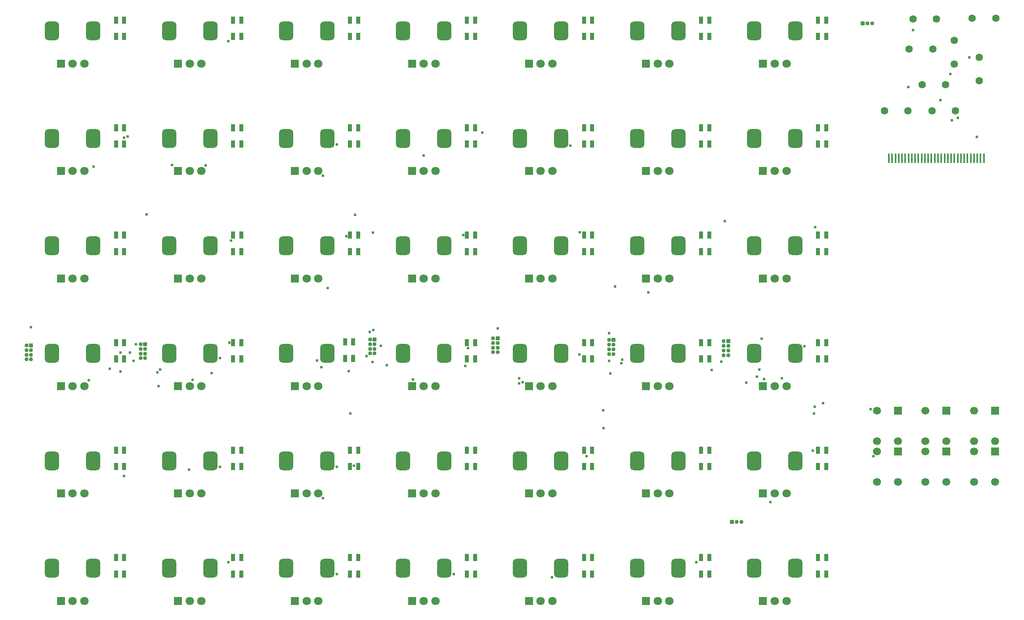
<source format=gts>
G04 Layer: TopSolderMaskLayer*
G04 EasyEDA Pro v2.2.35.2, 2025-01-29 23:55:29*
G04 Gerber Generator version 0.3*
G04 Scale: 100 percent, Rotated: No, Reflected: No*
G04 Dimensions in millimeters*
G04 Leading zeros omitted, absolute positions, 4 integers and 5 decimals*
%FSLAX45Y45*%
%MOMM*%
%AMRoundRect*1,1,$1,$2,$3*1,1,$1,$4,$5*1,1,$1,0-$2,0-$3*1,1,$1,0-$4,0-$5*20,1,$1,$2,$3,$4,$5,0*20,1,$1,$4,$5,0-$2,0-$3,0*20,1,$1,0-$2,0-$3,0-$4,0-$5,0*20,1,$1,0-$4,0-$5,$2,$3,0*4,1,4,$2,$3,$4,$5,0-$2,0-$3,0-$4,0-$5,$2,$3,0*%
%ADD10R,0.85X1.6*%
%ADD11R,1.8X1.8*%
%ADD12C,1.8*%
%ADD13RoundRect,1.5X-0.75X-1.25X-0.75X1.25*%
%ADD14R,0.4X2.0*%
%ADD15R,0.85X0.85*%
%ADD16C,0.8519*%
%ADD17C,0.85*%
%ADD18C,1.6*%
%ADD19C,1.7*%
%ADD20R,1.7X1.7*%
%ADD21R,0.85X0.85*%
%ADD22C,0.61*%
G75*


G04 Pad Start*
G54D10*
G01X7243500Y-2985700D03*
G01X7068500Y-2985700D03*
G01X7068500Y-3335700D03*
G01X7243500Y-3335700D03*
G54D11*
G01X10893000Y-6215700D03*
G54D12*
G01X11143000Y-6215700D03*
G01X11393000Y-6215700D03*
G54D13*
G01X11583000Y-5515700D03*
G01X10703000Y-5515700D03*
G54D11*
G01X15893000Y-8515700D03*
G54D12*
G01X16143000Y-8515700D03*
G01X16393000Y-8515700D03*
G54D13*
G01X16583000Y-7815700D03*
G01X15703000Y-7815700D03*
G54D14*
G01X18581100Y-3644900D03*
G01X18651100Y-3644900D03*
G01X18721100Y-3644900D03*
G01X18791100Y-3644900D03*
G01X18861100Y-3644900D03*
G01X18931100Y-3644900D03*
G01X19001100Y-3644900D03*
G01X19071100Y-3644900D03*
G01X19141100Y-3644900D03*
G01X19211100Y-3644900D03*
G01X19281100Y-3644900D03*
G01X19351100Y-3644900D03*
G01X19421100Y-3644900D03*
G01X19491100Y-3644900D03*
G01X19561100Y-3644900D03*
G01X19631100Y-3644900D03*
G01X19701100Y-3644900D03*
G01X19771100Y-3644900D03*
G01X19841100Y-3644900D03*
G01X19911100Y-3644900D03*
G01X19981100Y-3644900D03*
G01X20051100Y-3644900D03*
G01X20121100Y-3644900D03*
G01X20191100Y-3644900D03*
G01X20261100Y-3644900D03*
G01X20331100Y-3644900D03*
G01X20401100Y-3644900D03*
G01X20471100Y-3644900D03*
G01X20541100Y-3644900D03*
G01X20611100Y-3644900D03*
G54D10*
G01X12243500Y-685700D03*
G01X12068500Y-685700D03*
G01X12068500Y-1035700D03*
G01X12243500Y-1035700D03*
G54D11*
G01X5893000Y-1615700D03*
G54D12*
G01X6143000Y-1615700D03*
G01X6393000Y-1615700D03*
G54D13*
G01X6583000Y-915700D03*
G01X5703000Y-915700D03*
G54D11*
G01X8393000Y-8515700D03*
G54D12*
G01X8643000Y-8515700D03*
G01X8893000Y-8515700D03*
G54D13*
G01X9083000Y-7815700D03*
G01X8203000Y-7815700D03*
G54D10*
G01X4743500Y-685700D03*
G01X4568500Y-685700D03*
G01X4568500Y-1035700D03*
G01X4743500Y-1035700D03*
G54D11*
G01X3393000Y-1615700D03*
G54D12*
G01X3643000Y-1615700D03*
G01X3893000Y-1615700D03*
G54D13*
G01X4083000Y-915700D03*
G01X3203000Y-915700D03*
G54D10*
G01X4743500Y-5285700D03*
G01X4568500Y-5285700D03*
G01X4568500Y-5635700D03*
G01X4743500Y-5635700D03*
G01X17243500Y-685700D03*
G01X17068500Y-685700D03*
G01X17068500Y-1035700D03*
G01X17243500Y-1035700D03*
G54D11*
G01X893000Y-1615700D03*
G54D12*
G01X1143000Y-1615700D03*
G01X1393000Y-1615700D03*
G54D13*
G01X1583000Y-915700D03*
G01X703000Y-915700D03*
G54D10*
G01X4743500Y-12185700D03*
G01X4568500Y-12185700D03*
G01X4568500Y-12535700D03*
G01X4743500Y-12535700D03*
G54D15*
G01X2692400Y-7620000D03*
G54D17*
G01X2592400Y-7620000D03*
G01X2692400Y-7720000D03*
G01X2592400Y-7720000D03*
G01X2692400Y-7820000D03*
G01X2592400Y-7820000D03*
G01X2692400Y-7920000D03*
G01X2592400Y-7920000D03*
G54D10*
G01X14743500Y-5285700D03*
G01X14568500Y-5285700D03*
G01X14568500Y-5635700D03*
G01X14743500Y-5635700D03*
G01X2243500Y-9885700D03*
G01X2068500Y-9885700D03*
G01X2068500Y-10235700D03*
G01X2243500Y-10235700D03*
G01X12243500Y-7585700D03*
G01X12068500Y-7585700D03*
G01X12068500Y-7935700D03*
G01X12243500Y-7935700D03*
G54D11*
G01X8393000Y-6215700D03*
G54D12*
G01X8643000Y-6215700D03*
G01X8893000Y-6215700D03*
G54D13*
G01X9083000Y-5515700D03*
G01X8203000Y-5515700D03*
G54D11*
G01X13393000Y-13115700D03*
G54D12*
G01X13643000Y-13115700D03*
G01X13893000Y-13115700D03*
G54D13*
G01X14083000Y-12415700D03*
G01X13203000Y-12415700D03*
G54D10*
G01X14743500Y-12185700D03*
G01X14568500Y-12185700D03*
G01X14568500Y-12535700D03*
G01X14743500Y-12535700D03*
G54D11*
G01X13393000Y-10815700D03*
G54D12*
G01X13643000Y-10815700D03*
G01X13893000Y-10815700D03*
G54D13*
G01X14083000Y-10115700D03*
G01X13203000Y-10115700D03*
G54D10*
G01X14743500Y-7585700D03*
G01X14568500Y-7585700D03*
G01X14568500Y-7935700D03*
G01X14743500Y-7935700D03*
G54D11*
G01X893000Y-13115700D03*
G54D12*
G01X1143000Y-13115700D03*
G01X1393000Y-13115700D03*
G54D13*
G01X1583000Y-12415700D03*
G01X703000Y-12415700D03*
G54D18*
G01X19507200Y-2628900D03*
G01X20007200Y-2628900D03*
G54D11*
G01X893000Y-6215700D03*
G54D12*
G01X1143000Y-6215700D03*
G01X1393000Y-6215700D03*
G54D13*
G01X1583000Y-5515700D03*
G01X703000Y-5515700D03*
G54D10*
G01X2243500Y-5285700D03*
G01X2068500Y-5285700D03*
G01X2068500Y-5635700D03*
G01X2243500Y-5635700D03*
G01X12243500Y-9885700D03*
G01X12068500Y-9885700D03*
G01X12068500Y-10235700D03*
G01X12243500Y-10235700D03*
G01X9743500Y-685700D03*
G01X9568500Y-685700D03*
G01X9568500Y-1035700D03*
G01X9743500Y-1035700D03*
G54D18*
G01X19977100Y-1625600D03*
G01X19977100Y-1117600D03*
G54D11*
G01X3393000Y-10815700D03*
G54D12*
G01X3643000Y-10815700D03*
G01X3893000Y-10815700D03*
G54D13*
G01X4083000Y-10115700D03*
G01X3203000Y-10115700D03*
G54D10*
G01X7243500Y-5285700D03*
G01X7068500Y-5285700D03*
G01X7068500Y-5635700D03*
G01X7243500Y-5635700D03*
G54D11*
G01X13393000Y-1615700D03*
G54D12*
G01X13643000Y-1615700D03*
G01X13893000Y-1615700D03*
G54D13*
G01X14083000Y-915700D03*
G01X13203000Y-915700D03*
G54D10*
G01X17243500Y-12185700D03*
G01X17068500Y-12185700D03*
G01X17068500Y-12535700D03*
G01X17243500Y-12535700D03*
G54D19*
G01X20850500Y-10568600D03*
G54D20*
G01X20850500Y-9918600D03*
G54D19*
G01X20400500Y-9918600D03*
G01X20400500Y-10568600D03*
G54D10*
G01X17243500Y-5285700D03*
G01X17068500Y-5285700D03*
G01X17068500Y-5635700D03*
G01X17243500Y-5635700D03*
G54D15*
G01X10223500Y-7493000D03*
G54D17*
G01X10123500Y-7493000D03*
G01X10223500Y-7593000D03*
G01X10123500Y-7593000D03*
G01X10223500Y-7693000D03*
G01X10123500Y-7693000D03*
G01X10223500Y-7793000D03*
G01X10123500Y-7793000D03*
G54D11*
G01X5893000Y-8515700D03*
G54D12*
G01X6143000Y-8515700D03*
G01X6393000Y-8515700D03*
G54D13*
G01X6583000Y-7815700D03*
G01X5703000Y-7815700D03*
G54D10*
G01X17243500Y-9885700D03*
G01X17068500Y-9885700D03*
G01X17068500Y-10235700D03*
G01X17243500Y-10235700D03*
G54D11*
G01X893000Y-3915700D03*
G54D12*
G01X1143000Y-3915700D03*
G01X1393000Y-3915700D03*
G54D13*
G01X1583000Y-3215700D03*
G01X703000Y-3215700D03*
G54D18*
G01X19011900Y-1308100D03*
G01X19519900Y-1308100D03*
G54D10*
G01X2243500Y-2985700D03*
G01X2068500Y-2985700D03*
G01X2068500Y-3335700D03*
G01X2243500Y-3335700D03*
G54D11*
G01X13393000Y-6215700D03*
G54D12*
G01X13643000Y-6215700D03*
G01X13893000Y-6215700D03*
G54D13*
G01X14083000Y-5515700D03*
G01X13203000Y-5515700D03*
G54D11*
G01X15893000Y-1615700D03*
G54D12*
G01X16143000Y-1615700D03*
G01X16393000Y-1615700D03*
G54D13*
G01X16583000Y-915700D03*
G01X15703000Y-915700D03*
G54D10*
G01X7243500Y-12185700D03*
G01X7068500Y-12185700D03*
G01X7068500Y-12535700D03*
G01X7243500Y-12535700D03*
G54D11*
G01X10893000Y-13115700D03*
G54D12*
G01X11143000Y-13115700D03*
G01X11393000Y-13115700D03*
G54D13*
G01X11583000Y-12415700D03*
G01X10703000Y-12415700D03*
G54D11*
G01X8393000Y-13115700D03*
G54D12*
G01X8643000Y-13115700D03*
G01X8893000Y-13115700D03*
G54D13*
G01X9083000Y-12415700D03*
G01X8203000Y-12415700D03*
G54D11*
G01X8393000Y-1615700D03*
G54D12*
G01X8643000Y-1615700D03*
G01X8893000Y-1615700D03*
G54D13*
G01X9083000Y-915700D03*
G01X8203000Y-915700D03*
G54D10*
G01X17243500Y-2985700D03*
G01X17068500Y-2985700D03*
G01X17068500Y-3335700D03*
G01X17243500Y-3335700D03*
G01X17243500Y-7585700D03*
G01X17068500Y-7585700D03*
G01X17068500Y-7935700D03*
G01X17243500Y-7935700D03*
G54D19*
G01X19812000Y-10568600D03*
G54D20*
G01X19812000Y-9918600D03*
G54D19*
G01X19362000Y-9918600D03*
G01X19362000Y-10568600D03*
G54D15*
G01X7594600Y-7518400D03*
G54D17*
G01X7494600Y-7518400D03*
G01X7594600Y-7618400D03*
G01X7494600Y-7618400D03*
G01X7594600Y-7718400D03*
G01X7494600Y-7718400D03*
G01X7594600Y-7818400D03*
G01X7494600Y-7818400D03*
G54D11*
G01X13393000Y-8515700D03*
G54D12*
G01X13643000Y-8515700D03*
G01X13893000Y-8515700D03*
G54D13*
G01X14083000Y-7815700D03*
G01X13203000Y-7815700D03*
G54D10*
G01X9743500Y-5285700D03*
G01X9568500Y-5285700D03*
G01X9568500Y-5635700D03*
G01X9743500Y-5635700D03*
G54D11*
G01X893000Y-10815700D03*
G54D12*
G01X1143000Y-10815700D03*
G01X1393000Y-10815700D03*
G54D13*
G01X1583000Y-10115700D03*
G01X703000Y-10115700D03*
G54D15*
G01X15151100Y-7556500D03*
G54D17*
G01X15051100Y-7556500D03*
G01X15151100Y-7656500D03*
G01X15051100Y-7656500D03*
G01X15151100Y-7756500D03*
G01X15051100Y-7756500D03*
G01X15151100Y-7856500D03*
G01X15051100Y-7856500D03*
G54D11*
G01X5893000Y-6215700D03*
G54D12*
G01X6143000Y-6215700D03*
G01X6393000Y-6215700D03*
G54D13*
G01X6583000Y-5515700D03*
G01X5703000Y-5515700D03*
G54D11*
G01X3393000Y-6215700D03*
G54D12*
G01X3643000Y-6215700D03*
G01X3893000Y-6215700D03*
G54D13*
G01X4083000Y-5515700D03*
G01X3203000Y-5515700D03*
G54D21*
G01X15228000Y-11424700D03*
G54D17*
G01X15328000Y-11424700D03*
G01X15428000Y-11424700D03*
G54D10*
G01X9743500Y-2985700D03*
G01X9568500Y-2985700D03*
G01X9568500Y-3335700D03*
G01X9743500Y-3335700D03*
G01X7243500Y-685700D03*
G01X7068500Y-685700D03*
G01X7068500Y-1035700D03*
G01X7243500Y-1035700D03*
G01X2243500Y-685700D03*
G01X2068500Y-685700D03*
G01X2068500Y-1035700D03*
G01X2243500Y-1035700D03*
G01X14743500Y-9885700D03*
G01X14568500Y-9885700D03*
G01X14568500Y-10235700D03*
G01X14743500Y-10235700D03*
G01X9743500Y-9885700D03*
G01X9568500Y-9885700D03*
G01X9568500Y-10235700D03*
G01X9743500Y-10235700D03*
G01X9743500Y-12185700D03*
G01X9568500Y-12185700D03*
G01X9568500Y-12535700D03*
G01X9743500Y-12535700D03*
G54D11*
G01X15893000Y-3915700D03*
G54D12*
G01X16143000Y-3915700D03*
G01X16393000Y-3915700D03*
G54D13*
G01X16583000Y-3215700D03*
G01X15703000Y-3215700D03*
G54D11*
G01X10893000Y-1615700D03*
G54D12*
G01X11143000Y-1615700D03*
G01X11393000Y-1615700D03*
G54D13*
G01X11583000Y-915700D03*
G01X10703000Y-915700D03*
G54D10*
G01X14743500Y-2985700D03*
G01X14568500Y-2985700D03*
G01X14568500Y-3335700D03*
G01X14743500Y-3335700D03*
G01X4743500Y-2985700D03*
G01X4568500Y-2985700D03*
G01X4568500Y-3335700D03*
G01X4743500Y-3335700D03*
G54D19*
G01X18773500Y-10568600D03*
G54D20*
G01X18773500Y-9918600D03*
G54D19*
G01X18323500Y-9918600D03*
G01X18323500Y-10568600D03*
G54D10*
G01X9743500Y-7585700D03*
G01X9568500Y-7585700D03*
G01X9568500Y-7935700D03*
G01X9743500Y-7935700D03*
G54D19*
G01X20850500Y-9692400D03*
G54D20*
G01X20850500Y-9042400D03*
G54D19*
G01X20400500Y-9042400D03*
G01X20400500Y-9692400D03*
G54D11*
G01X15893000Y-13115700D03*
G54D12*
G01X16143000Y-13115700D03*
G01X16393000Y-13115700D03*
G54D13*
G01X16583000Y-12415700D03*
G01X15703000Y-12415700D03*
G54D11*
G01X15893000Y-6215700D03*
G54D12*
G01X16143000Y-6215700D03*
G01X16393000Y-6215700D03*
G54D13*
G01X16583000Y-5515700D03*
G01X15703000Y-5515700D03*
G54D11*
G01X3393000Y-3915700D03*
G54D12*
G01X3643000Y-3915700D03*
G01X3893000Y-3915700D03*
G54D13*
G01X4083000Y-3215700D03*
G01X3203000Y-3215700D03*
G54D11*
G01X3393000Y-13115700D03*
G54D12*
G01X3643000Y-13115700D03*
G01X3893000Y-13115700D03*
G54D13*
G01X4083000Y-12415700D03*
G01X3203000Y-12415700D03*
G54D19*
G01X19812000Y-9692400D03*
G54D20*
G01X19812000Y-9042400D03*
G54D19*
G01X19362000Y-9042400D03*
G01X19362000Y-9692400D03*
G54D10*
G01X2243500Y-12185700D03*
G01X2068500Y-12185700D03*
G01X2068500Y-12535700D03*
G01X2243500Y-12535700D03*
G54D11*
G01X15893000Y-10815700D03*
G54D12*
G01X16143000Y-10815700D03*
G01X16393000Y-10815700D03*
G54D13*
G01X16583000Y-10115700D03*
G01X15703000Y-10115700D03*
G54D18*
G01X20358100Y-647700D03*
G01X20866100Y-647700D03*
G54D10*
G01X12243500Y-5285700D03*
G01X12068500Y-5285700D03*
G01X12068500Y-5635700D03*
G01X12243500Y-5635700D03*
G01X12243500Y-2985700D03*
G01X12068500Y-2985700D03*
G01X12068500Y-3335700D03*
G01X12243500Y-3335700D03*
G54D15*
G01X254000Y-7645400D03*
G54D17*
G01X154000Y-7645400D03*
G01X254000Y-7745400D03*
G01X154000Y-7745400D03*
G01X254000Y-7845400D03*
G01X154000Y-7845400D03*
G01X254000Y-7945400D03*
G01X154000Y-7945400D03*
G54D10*
G01X14743500Y-685700D03*
G01X14568500Y-685700D03*
G01X14568500Y-1035700D03*
G01X14743500Y-1035700D03*
G54D11*
G01X10893000Y-3915700D03*
G54D12*
G01X11143000Y-3915700D03*
G01X11393000Y-3915700D03*
G54D13*
G01X11583000Y-3215700D03*
G01X10703000Y-3215700D03*
G54D18*
G01X19789200Y-2067400D03*
G01X19289200Y-2067400D03*
G01X19100800Y-660400D03*
G01X19600800Y-660400D03*
G01X18491200Y-2628900D03*
G01X18991200Y-2628900D03*
G54D11*
G01X5893000Y-3915700D03*
G54D12*
G01X6143000Y-3915700D03*
G01X6393000Y-3915700D03*
G54D13*
G01X6583000Y-3215700D03*
G01X5703000Y-3215700D03*
G54D10*
G01X7136000Y-7572000D03*
G01X6961000Y-7572000D03*
G01X6961000Y-7922000D03*
G01X7136000Y-7922000D03*
G54D11*
G01X10893000Y-8515700D03*
G54D12*
G01X11143000Y-8515700D03*
G01X11393000Y-8515700D03*
G54D13*
G01X11583000Y-7815700D03*
G01X10703000Y-7815700D03*
G54D21*
G01X18022000Y-756700D03*
G54D17*
G01X18122000Y-756700D03*
G01X18222000Y-756700D03*
G54D11*
G01X5893000Y-13115700D03*
G54D12*
G01X6143000Y-13115700D03*
G01X6393000Y-13115700D03*
G54D13*
G01X6583000Y-12415700D03*
G01X5703000Y-12415700D03*
G54D11*
G01X3393000Y-8515700D03*
G54D12*
G01X3643000Y-8515700D03*
G01X3893000Y-8515700D03*
G54D13*
G01X4083000Y-7815700D03*
G01X3203000Y-7815700D03*
G54D11*
G01X8393000Y-10815700D03*
G54D12*
G01X8643000Y-10815700D03*
G01X8893000Y-10815700D03*
G54D13*
G01X9083000Y-10115700D03*
G01X8203000Y-10115700D03*
G54D19*
G01X18773500Y-9692400D03*
G54D20*
G01X18773500Y-9042400D03*
G54D19*
G01X18323500Y-9042400D03*
G01X18323500Y-9692400D03*
G54D10*
G01X12243500Y-12185700D03*
G01X12068500Y-12185700D03*
G01X12068500Y-12535700D03*
G01X12243500Y-12535700D03*
G54D11*
G01X10893000Y-10815700D03*
G54D12*
G01X11143000Y-10815700D03*
G01X11393000Y-10815700D03*
G54D13*
G01X11583000Y-10115700D03*
G01X10703000Y-10115700D03*
G54D11*
G01X8393000Y-3915700D03*
G54D12*
G01X8643000Y-3915700D03*
G01X8893000Y-3915700D03*
G54D13*
G01X9083000Y-3215700D03*
G01X8203000Y-3215700D03*
G54D10*
G01X4743500Y-9885700D03*
G01X4568500Y-9885700D03*
G01X4568500Y-10235700D03*
G01X4743500Y-10235700D03*
G01X2243500Y-7585700D03*
G01X2068500Y-7585700D03*
G01X2068500Y-7935700D03*
G01X2243500Y-7935700D03*
G54D15*
G01X12700000Y-7531100D03*
G54D17*
G01X12600000Y-7531100D03*
G01X12700000Y-7631100D03*
G01X12600000Y-7631100D03*
G01X12700000Y-7731100D03*
G01X12600000Y-7731100D03*
G01X12700000Y-7831100D03*
G01X12600000Y-7831100D03*
G54D10*
G01X7243500Y-9885700D03*
G01X7068500Y-9885700D03*
G01X7068500Y-10235700D03*
G01X7243500Y-10235700D03*
G01X4743500Y-7585700D03*
G01X4568500Y-7585700D03*
G01X4568500Y-7935700D03*
G01X4743500Y-7935700D03*
G54D18*
G01X20510500Y-1981200D03*
G01X20510500Y-1481200D03*
G54D11*
G01X893000Y-8515700D03*
G54D12*
G01X1143000Y-8515700D03*
G01X1393000Y-8515700D03*
G54D13*
G01X1583000Y-7815700D03*
G01X703000Y-7815700D03*
G54D11*
G01X13393000Y-3915700D03*
G54D12*
G01X13643000Y-3915700D03*
G01X13893000Y-3915700D03*
G54D13*
G01X14083000Y-3215700D03*
G01X13203000Y-3215700D03*
G54D11*
G01X5893000Y-10815700D03*
G54D12*
G01X6143000Y-10815700D03*
G01X6393000Y-10815700D03*
G54D13*
G01X6583000Y-10115700D03*
G01X5703000Y-10115700D03*
G04 Pad End*

G04 Via Start*
G54D22*
G01X18999200Y-2120900D03*
G01X19100800Y-901700D03*
G01X17007500Y-5118100D03*
G01X15864500Y-7505700D03*
G01X15813700Y-8166100D03*
G01X3984300Y-3792900D03*
G01X3266000Y-3788700D03*
G01X1585900Y-3818300D03*
G01X6453000Y-8109300D03*
G01X4111300Y-8240500D03*
G01X3012000Y-8160100D03*
G01X1484300Y-8392900D03*
G01X7072200Y-9099900D03*
G01X7148400Y-10217500D03*
G01X16052500Y-11000600D03*
G01X4471100Y-1133100D03*
G01X20058000Y-2781300D03*
G01X20464400Y-3187700D03*
G01X254000Y-7257100D03*
G01X12882100Y-7950200D03*
G01X12602700Y-7975600D03*
G01X7857700Y-8072400D03*
G01X7044900Y-8199400D03*
G01X2955500Y-8224800D03*
G01X1939500Y-8148600D03*
G01X3708400Y-8382000D03*
G01X2490800Y-7618400D03*
G01X2719400Y-4839300D03*
G01X2440000Y-7972400D03*
G01X2973400Y-8515700D03*
G01X3632200Y-10307600D03*
G01X11965000Y-7843800D03*
G01X16994200Y-8961400D03*
G01X7728600Y-7652100D03*
G01X7418400Y-7874000D03*
G01X7545400Y-8001000D03*
G01X7489200Y-7356100D03*
G01X7569200Y-7312000D03*
G01X7558100Y-5229200D03*
G01X7177100Y-4848200D03*
G01X8409000Y-8377200D03*
G01X12473000Y-9037600D03*
G01X17172000Y-8885200D03*
G01X18188000Y-9012200D03*
G01X10228600Y-7282500D03*
G01X10756900Y-8431200D03*
G01X10682300Y-8456600D03*
G01X10682300Y-8351800D03*
G01X12485700Y-9418600D03*
G01X16956100Y-9901200D03*
G01X12601600Y-7384100D03*
G01X12627000Y-8250300D03*
G01X12862500Y-8026400D03*
G01X15076500Y-4991100D03*
G01X15913100Y-8366100D03*
G01X15533700Y-8442300D03*
G01X15762300Y-8313700D03*
G01X18251500Y-10015500D03*
G01X6789100Y-3341300D03*
G01X6494600Y-4017300D03*
G01X6992300Y-5311100D03*
G01X6596200Y-6418900D03*
G01X6367600Y-7968300D03*
G01X6789100Y-10241300D03*
G01X6494600Y-10917300D03*
G01X6789100Y-12541300D03*
G01X4493900Y-7587300D03*
G01X4290700Y-7917500D03*
G01X4528000Y-5402900D03*
G01X4289100Y-10241300D03*
G01X4466900Y-12287300D03*
G01X9528000Y-8083900D03*
G01X9593900Y-7702900D03*
G01X9289100Y-12541300D03*
G01X9492300Y-5285700D03*
G01X8639000Y-3585500D03*
G01X9898700Y-3087300D03*
G01X11778300Y-3366700D03*
G01X11981500Y-5220900D03*
G01X12119300Y-10012700D03*
G01X11386500Y-12608800D03*
G01X12728900Y-6383200D03*
G01X13440100Y-6510200D03*
G01X14797100Y-8169900D03*
G01X16295700Y-8347700D03*
G01X16977200Y-9099900D03*
G01X14466900Y-12287300D03*
G01X19685000Y-2400300D03*
G01X19890800Y-1838800D03*
G01X20299300Y-1481200D03*
G01X14997500Y-7992100D03*
G01X16775500Y-7661900D03*
G01X2319700Y-3174900D03*
G01X2370500Y-7797700D03*
G01X2167300Y-8203700D03*
G01X2243500Y-3199900D03*
G01X2167300Y-7800300D03*
G01X2243500Y-10441900D03*
G01X19923500Y-2832100D03*
G04 Via End*

M02*


</source>
